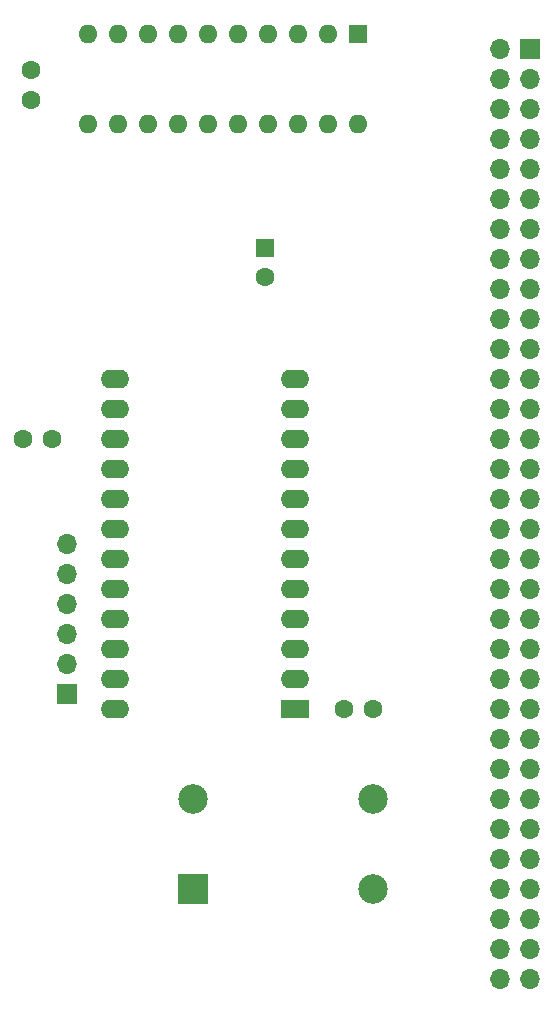
<source format=gts>
G04 #@! TF.GenerationSoftware,KiCad,Pcbnew,8.0.4*
G04 #@! TF.CreationDate,2024-09-11T13:37:03-04:00*
G04 #@! TF.ProjectId,LB-68B50-02,4c422d36-3842-4353-902d-30322e6b6963,2*
G04 #@! TF.SameCoordinates,Original*
G04 #@! TF.FileFunction,Soldermask,Top*
G04 #@! TF.FilePolarity,Negative*
%FSLAX46Y46*%
G04 Gerber Fmt 4.6, Leading zero omitted, Abs format (unit mm)*
G04 Created by KiCad (PCBNEW 8.0.4) date 2024-09-11 13:37:03*
%MOMM*%
%LPD*%
G01*
G04 APERTURE LIST*
%ADD10R,1.600000X1.600000*%
%ADD11C,1.600000*%
%ADD12R,1.700000X1.700000*%
%ADD13O,1.700000X1.700000*%
%ADD14R,2.400000X1.600000*%
%ADD15O,2.400000X1.600000*%
%ADD16O,1.600000X1.600000*%
%ADD17R,2.500000X2.500000*%
%ADD18C,2.500000*%
G04 APERTURE END LIST*
D10*
X157480000Y-71438888D03*
D11*
X157480000Y-73938888D03*
D12*
X179890000Y-54615000D03*
D13*
X177350000Y-54615000D03*
X179890000Y-57155000D03*
X177350000Y-57155000D03*
X179890000Y-59695000D03*
X177350000Y-59695000D03*
X179890000Y-62235000D03*
X177350000Y-62235000D03*
X179890000Y-64775000D03*
X177350000Y-64775000D03*
X179890000Y-67315000D03*
X177350000Y-67315000D03*
X179890000Y-69855000D03*
X177350000Y-69855000D03*
X179890000Y-72395000D03*
X177350000Y-72395000D03*
X179890000Y-74935000D03*
X177350000Y-74935000D03*
X179890000Y-77475000D03*
X177350000Y-77475000D03*
X179890000Y-80015000D03*
X177350000Y-80015000D03*
X179890000Y-82555000D03*
X177350000Y-82555000D03*
X179890000Y-85095000D03*
X177350000Y-85095000D03*
X179890000Y-87635000D03*
X177350000Y-87635000D03*
X179890000Y-90175000D03*
X177350000Y-90175000D03*
X179890000Y-92715000D03*
X177350000Y-92715000D03*
X179890000Y-95255000D03*
X177350000Y-95255000D03*
X179890000Y-97795000D03*
X177350000Y-97795000D03*
X179890000Y-100335000D03*
X177350000Y-100335000D03*
X179890000Y-102875000D03*
X177350000Y-102875000D03*
X179890000Y-105415000D03*
X177350000Y-105415000D03*
X179890000Y-107955000D03*
X177350000Y-107955000D03*
X179890000Y-110495000D03*
X177350000Y-110495000D03*
X179890000Y-113035000D03*
X177350000Y-113035000D03*
X179890000Y-115575000D03*
X177350000Y-115575000D03*
X179890000Y-118115000D03*
X177350000Y-118115000D03*
X179890000Y-120655000D03*
X177350000Y-120655000D03*
X179890000Y-123195000D03*
X177350000Y-123195000D03*
X179890000Y-125735000D03*
X177350000Y-125735000D03*
X179890000Y-128275000D03*
X177350000Y-128275000D03*
X179890000Y-130815000D03*
X177350000Y-130815000D03*
X179890000Y-133355000D03*
X177350000Y-133355000D03*
D14*
X160000000Y-110495000D03*
D15*
X160000000Y-107955000D03*
X160000000Y-105415000D03*
X160000000Y-102875000D03*
X160000000Y-100335000D03*
X160000000Y-97795000D03*
X160000000Y-95255000D03*
X160000000Y-92715000D03*
X160000000Y-90175000D03*
X160000000Y-87635000D03*
X160000000Y-85095000D03*
X160000000Y-82555000D03*
X144760000Y-82555000D03*
X144760000Y-85095000D03*
X144760000Y-87635000D03*
X144760000Y-90175000D03*
X144760000Y-92715000D03*
X144760000Y-95255000D03*
X144760000Y-97795000D03*
X144760000Y-100335000D03*
X144760000Y-102875000D03*
X144760000Y-105415000D03*
X144760000Y-107955000D03*
X144760000Y-110495000D03*
D10*
X165354000Y-53340000D03*
D16*
X162814000Y-53340000D03*
X160274000Y-53340000D03*
X157734000Y-53340000D03*
X155194000Y-53340000D03*
X152654000Y-53340000D03*
X150114000Y-53340000D03*
X147574000Y-53340000D03*
X145034000Y-53340000D03*
X142494000Y-53340000D03*
X142494000Y-60960000D03*
X145034000Y-60960000D03*
X147574000Y-60960000D03*
X150114000Y-60960000D03*
X152654000Y-60960000D03*
X155194000Y-60960000D03*
X157734000Y-60960000D03*
X160274000Y-60960000D03*
X162814000Y-60960000D03*
X165354000Y-60960000D03*
D11*
X164124000Y-110490000D03*
X166624000Y-110490000D03*
X139426000Y-87630000D03*
X136926000Y-87630000D03*
D12*
X140716000Y-109220000D03*
D13*
X140716000Y-106680000D03*
X140716000Y-104140000D03*
X140716000Y-101600000D03*
X140716000Y-99060000D03*
X140716000Y-96520000D03*
D17*
X151384000Y-125730000D03*
D18*
X166624000Y-125730000D03*
X166624000Y-118110000D03*
X151384000Y-118110000D03*
D11*
X137668000Y-58908000D03*
X137668000Y-56408000D03*
M02*

</source>
